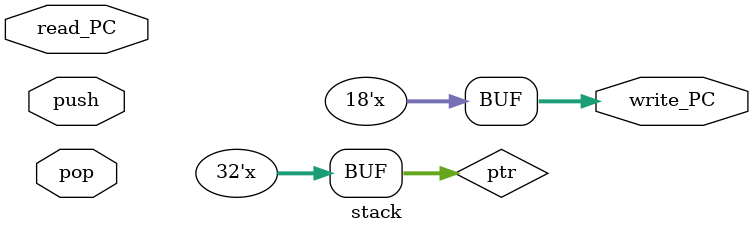
<source format=v>
module stack (
	read_PC,
	write_PC,
	push,
	pop

);

// Parametros de configuracao da pilha
parameter WIDTH = 18;
parameter DEPTH = 32;

// Entradas e saidas da pilha
input      [WIDTH - 1:0] read_PC;
output reg [WIDTH - 1:0] write_PC;
input                    push;
input                    pop;

// Ponteiro da pilha
reg [DEPTH - 1:0] ptr;

// Estrutura de pilha
reg [WIDTH - 1:0] stack [0:DEPTH - 1];

// Ao inicializar esse modulo o topo da pilha precisa ser a sua base
initial begin
	ptr = 1'b0;
end

// este always monitora o sinal push e add no topo da pilha quando o sinal mudar para 1
always@ (push or pop) begin
	
	if(push)begin
	
		stack[ptr] <= read_PC;
		ptr <= ptr + 1;
		
	end
// este always monitora o sinal pop e remove o topo da pilha quando o sinal mudar para 1
	if(pop) begin
	
		ptr <= ptr - 1;
		write_PC <= stack[ptr]; 
		
	end
	
end

endmodule
</source>
